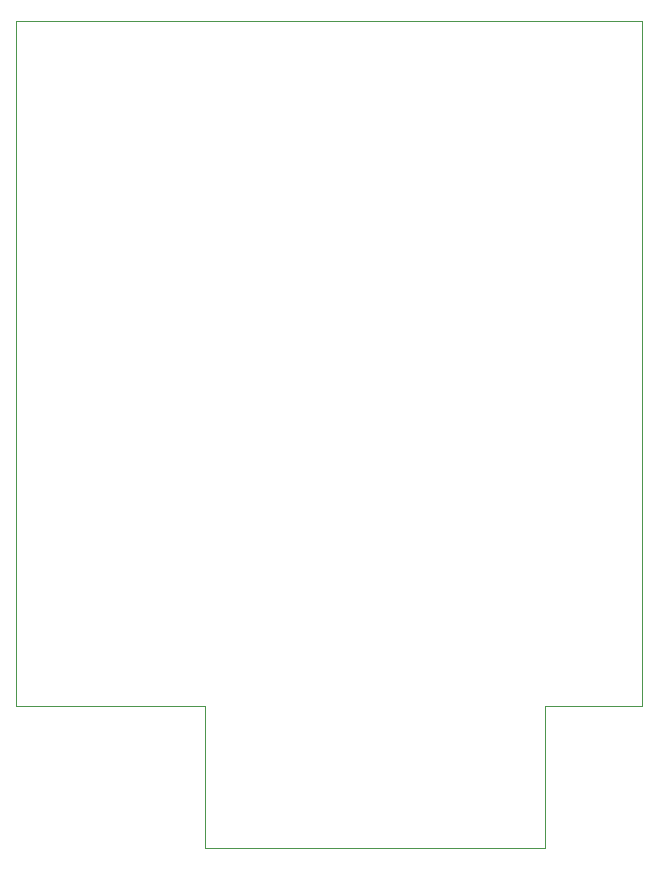
<source format=gbr>
G04 #@! TF.FileFunction,Profile,NP*
%FSLAX46Y46*%
G04 Gerber Fmt 4.6, Leading zero omitted, Abs format (unit mm)*
G04 Created by KiCad (PCBNEW 4.0.6) date 05/17/18 16:23:17*
%MOMM*%
%LPD*%
G01*
G04 APERTURE LIST*
%ADD10C,0.100000*%
G04 APERTURE END LIST*
D10*
X105767500Y-174998500D02*
X114000000Y-174998500D01*
X105767500Y-174998500D02*
X105767500Y-187001500D01*
X77002000Y-174998500D02*
X77002000Y-187001500D01*
X61000000Y-174998500D02*
X77000000Y-174998500D01*
X61000000Y-117000000D02*
X114000000Y-117000000D01*
X114000000Y-117000000D02*
X114000000Y-174998500D01*
X77000000Y-187000000D02*
X105767500Y-187000000D01*
X61000000Y-117000000D02*
X61000000Y-175000000D01*
M02*

</source>
